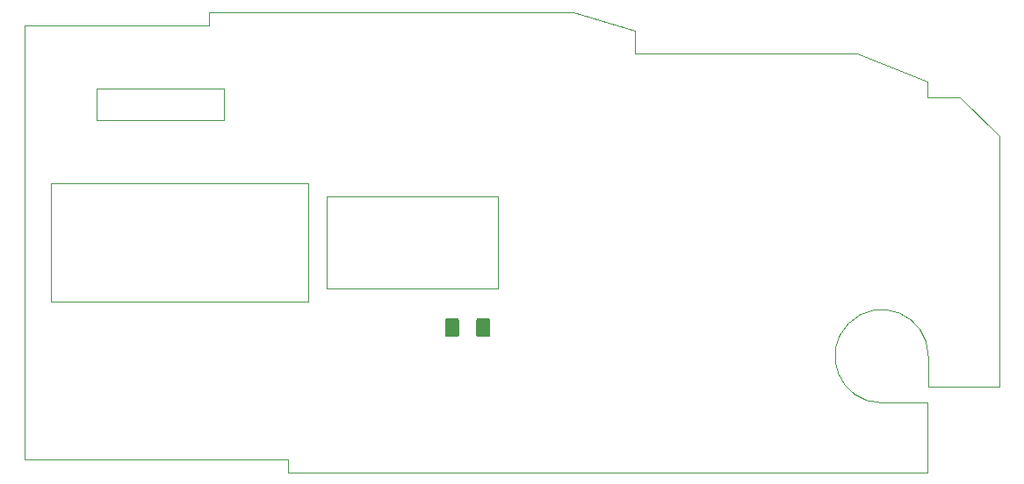
<source format=gbr>
G04 #@! TF.GenerationSoftware,KiCad,Pcbnew,5.99.0-unknown-072ea9a~86~ubuntu18.04.1*
G04 #@! TF.CreationDate,2019-09-18T00:12:09+01:00*
G04 #@! TF.ProjectId,mouse8,6d6f7573-6538-42e6-9b69-6361645f7063,rev?*
G04 #@! TF.SameCoordinates,Original*
G04 #@! TF.FileFunction,Paste,Bot*
G04 #@! TF.FilePolarity,Positive*
%FSLAX46Y46*%
G04 Gerber Fmt 4.6, Leading zero omitted, Abs format (unit mm)*
G04 Created by KiCad (PCBNEW 5.99.0-unknown-072ea9a~86~ubuntu18.04.1) date 2019-09-18 00:12:09*
%MOMM*%
%LPD*%
G04 APERTURE LIST*
%ADD10C,0.050000*%
%ADD11C,0.100000*%
%ADD12C,1.425000*%
G04 APERTURE END LIST*
D10*
X205350000Y-63500000D02*
X170180000Y-63500000D01*
X211275000Y-65275000D02*
X205350000Y-63500000D01*
X211275000Y-65275000D02*
X211275000Y-67525000D01*
X242600000Y-71750000D02*
X246375000Y-75450000D01*
X239395000Y-71755000D02*
X242600000Y-71750000D01*
X239400000Y-70200000D02*
X239395000Y-71755000D01*
X232675000Y-67525000D02*
X239400000Y-70200000D01*
X211275000Y-67525000D02*
X232675000Y-67525000D01*
X239395000Y-107950000D02*
X177800000Y-107950000D01*
X246375000Y-75450000D02*
X246380000Y-99695000D01*
X239525000Y-99675000D02*
X246380000Y-99695000D01*
X239400000Y-101250000D02*
X239395000Y-107950000D01*
X239525000Y-96750000D02*
X239525000Y-99675000D01*
X235025000Y-101250000D02*
X239400000Y-101250000D01*
X235025000Y-101250000D02*
G75*
G02X239525000Y-96750000I0J4500000D01*
G01*
X159308800Y-70916800D02*
X159308800Y-73914000D01*
X171653200Y-70916800D02*
X159308800Y-70916800D01*
X171653200Y-73914000D02*
X171653200Y-70916800D01*
X159308800Y-73914000D02*
X171653200Y-73914000D01*
X154940000Y-80010000D02*
X179705000Y-80010000D01*
X181483000Y-90170000D02*
X181483000Y-81280000D01*
X197993000Y-90170000D02*
X181483000Y-90170000D01*
X197993000Y-81280000D02*
X197993000Y-90170000D01*
X181483000Y-81280000D02*
X197993000Y-81280000D01*
X177800000Y-106680000D02*
X177800000Y-107950000D01*
X152400000Y-106680000D02*
X177800000Y-106680000D01*
X170180000Y-64770000D02*
X152400000Y-64770000D01*
X170180000Y-63500000D02*
X170180000Y-64770000D01*
X154940000Y-91440000D02*
X154940000Y-90805000D01*
X179705000Y-91440000D02*
X179705000Y-90805000D01*
X179705000Y-80010000D02*
X179705000Y-90805000D01*
X154940000Y-90805000D02*
X154940000Y-80010000D01*
X179705000Y-91440000D02*
X154940000Y-91440000D01*
X152400000Y-106680000D02*
X152400000Y-64770000D01*
D11*
G36*
X194179171Y-93124030D02*
G01*
X194260277Y-93178223D01*
X194314470Y-93259329D01*
X194333500Y-93355000D01*
X194333500Y-94605000D01*
X194314470Y-94700671D01*
X194260277Y-94781777D01*
X194179171Y-94835970D01*
X194083500Y-94855000D01*
X193158500Y-94855000D01*
X193062829Y-94835970D01*
X192981723Y-94781777D01*
X192927530Y-94700671D01*
X192908500Y-94605000D01*
X192908500Y-93355000D01*
X192927530Y-93259329D01*
X192981723Y-93178223D01*
X193062829Y-93124030D01*
X193158500Y-93105000D01*
X194083500Y-93105000D01*
X194179171Y-93124030D01*
X194179171Y-93124030D01*
G37*
D12*
X193621000Y-93980000D03*
D11*
G36*
X197154171Y-93124030D02*
G01*
X197235277Y-93178223D01*
X197289470Y-93259329D01*
X197308500Y-93355000D01*
X197308500Y-94605000D01*
X197289470Y-94700671D01*
X197235277Y-94781777D01*
X197154171Y-94835970D01*
X197058500Y-94855000D01*
X196133500Y-94855000D01*
X196037829Y-94835970D01*
X195956723Y-94781777D01*
X195902530Y-94700671D01*
X195883500Y-94605000D01*
X195883500Y-93355000D01*
X195902530Y-93259329D01*
X195956723Y-93178223D01*
X196037829Y-93124030D01*
X196133500Y-93105000D01*
X197058500Y-93105000D01*
X197154171Y-93124030D01*
X197154171Y-93124030D01*
G37*
D12*
X196596000Y-93980000D03*
M02*

</source>
